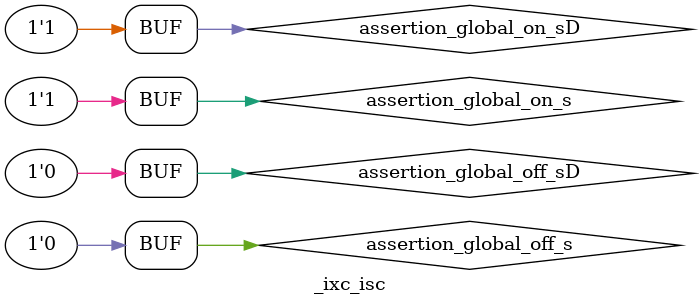
<source format=sv>
`timescale 1ps/1ps
module _ixc_isc;
// external : tb_top.kme_tb_dut._zyixc_port_0_0_isf (resolved )  (var)  
// external : IXC_GFIFO.ISF.pvec (resolved )  (var)  
// external : tb_top.kme_tb_dut._zyixc_port_0_0_osf (resolved )  (var)  
// external : IXC_GFIFO.OSF.pvecEv (resolved )  (var)  
// external : tb_top.kme_tb_dut.kme_dut.u_cr_kme_core.kme_is_core.txc_axi_intf.u_cr_fifo_wrap2.ram_fifo.u_nx_fifo_ram_1r1w.fifo_ctrl._zyixc_port_1_0_osf (resolved )  (var)  
// external : IXC_GFIFO.OSF1.pvecEv (resolved )  (var)  
// external : tb_top.kme_tb_dut.kme_dut.u_cr_kme_core.kme_is_core.cceip_encrypt_kop_fifo.ram_fifo.ram_fifo.u_nx_fifo_ram_1r1w.fifo_ctrl._zyixc_port_1_0_osf (resolved )  (var)  
// external : tb_top.kme_tb_dut.kme_dut.u_cr_kme_core.kme_is_core.cceip_validate_kop_fifo.ram_fifo.ram_fifo.u_nx_fifo_ram_1r1w.fifo_ctrl._zyixc_port_1_0_osf (resolved )  (var)  
// external : tb_top.kme_tb_dut.kme_dut.u_cr_kme_core.kme_is_core.cceip0_key_tlv_rsm.u_cr_tlvp2_rsm.u_cr_fifo_wrap2_tob.ram_fifo.u_nx_fifo_ram_1r1w.fifo_ctrl._zyixc_port_1_0_osf (resolved )  (var)  
// external : tb_top.kme_tb_dut.kme_dut.u_cr_kme_regfile.u_nx_interface_monitor_cceip0.u_nx_credit_manager._zyixc_port_1_0_osf (resolved )  (var)  
// external : tb_top.kme_tb_dut.kme_dut.u_cr_kme_regfile.u_nx_interface_monitor_cceip0.u_nx_credit_manager._zyixc_port_1_1_osf (resolved )  (var)  
// external : tb_top.kme_tb_dut.kme_dut.u_cr_kme_regfile.u_nx_interface_monitor_cceip1.u_nx_credit_manager._zyixc_port_1_0_osf (resolved )  (var)  
// external : tb_top.kme_tb_dut.kme_dut.u_cr_kme_regfile.u_nx_interface_monitor_cceip1.u_nx_credit_manager._zyixc_port_1_1_osf (resolved )  (var)  
// external : tb_top.kme_tb_dut.kme_dut.u_cr_kme_regfile.u_nx_interface_monitor_cceip2.u_nx_credit_manager._zyixc_port_1_0_osf (resolved )  (var)  
// external : tb_top.kme_tb_dut.kme_dut.u_cr_kme_regfile.u_nx_interface_monitor_cceip2.u_nx_credit_manager._zyixc_port_1_1_osf (resolved )  (var)  
// external : tb_top.kme_tb_dut.kme_dut.u_cr_kme_regfile.u_nx_interface_monitor_cceip3.u_nx_credit_manager._zyixc_port_1_0_osf (resolved )  (var)  
// external : tb_top.kme_tb_dut.kme_dut.u_cr_kme_regfile.u_nx_interface_monitor_cceip3.u_nx_credit_manager._zyixc_port_1_1_osf (resolved )  (var)  
// external : tb_top.kme_tb_dut.kme_dut.u_cr_kme_regfile.u_nx_interface_monitor_cddip0.u_nx_credit_manager._zyixc_port_1_0_osf (resolved )  (var)  
// external : tb_top.kme_tb_dut.kme_dut.u_cr_kme_regfile.u_nx_interface_monitor_cddip0.u_nx_credit_manager._zyixc_port_1_1_osf (resolved )  (var)  
// external : tb_top.kme_tb_dut.kme_dut.u_cr_kme_regfile.u_nx_interface_monitor_cddip1.u_nx_credit_manager._zyixc_port_1_0_osf (resolved )  (var)  
// external : tb_top.kme_tb_dut.kme_dut.u_cr_kme_regfile.u_nx_interface_monitor_cddip1.u_nx_credit_manager._zyixc_port_1_1_osf (resolved )  (var)  
// external : tb_top.kme_tb_dut.kme_dut.u_cr_kme_regfile.u_nx_interface_monitor_cddip2.u_nx_credit_manager._zyixc_port_1_0_osf (resolved )  (var)  
// external : tb_top.kme_tb_dut.kme_dut.u_cr_kme_regfile.u_nx_interface_monitor_cddip2.u_nx_credit_manager._zyixc_port_1_1_osf (resolved )  (var)  
// external : tb_top.kme_tb_dut.kme_dut.u_cr_kme_regfile.u_nx_interface_monitor_cddip3.u_nx_credit_manager._zyixc_port_1_0_osf (resolved )  (var)  
// external : tb_top.kme_tb_dut.kme_dut.u_cr_kme_regfile.u_nx_interface_monitor_cddip3.u_nx_credit_manager._zyixc_port_1_1_osf (resolved )  (var)  
wire  assertion_coverage_on;
reg assertion_global_off_s = 0;
reg assertion_global_on_s = 1;
reg assertion_global_off_sD = 0;
reg assertion_global_on_sD = 1;
reg assertion_global_off_ev;
reg assertion_global_on_ev;
// synopsys translate_off
wire  assertion_global_off_p;
wire  assertion_global_on_p;
reg assertion_global_deposit_on;
reg assertion_global_copy_t = 1;
reg _zy_svaTrigger;
reg _zy_svaKill;
reg _zy_svaOn;
// synopsys translate_on
wire  assertUCF;
int _zy_ixcg_mdh_L0_0;
int _zy_ixcg_mdh_L0_1;
// synopsys translate_off
/* ++ ixc_assign isfasgn_0_0_0 (tb_top.kme_tb_dut._zyixc_port_0_0_isf, IXC_GFIFO.ISF.pvec[0]); */
assign tb_top.kme_tb_dut._zyixc_port_0_0_isf = IXC_GFIFO.ISF.pvec[0];
// -- ixc_assign 

/* ++ ixc_assign osfasgn_0_0_0 (IXC_GFIFO.OSF.pvecEv[0], tb_top.kme_tb_dut._zyixc_port_0_0_osf); */
assign IXC_GFIFO.OSF.pvecEv[0] = tb_top.kme_tb_dut._zyixc_port_0_0_osf;
// -- ixc_assign 

/* ++ ixc_assign osfasgn_1_0_0 (IXC_GFIFO.OSF1.pvecEv[0], tb_top.kme_tb_dut.kme_dut.u_cr_kme_core.kme_is_core.txc_axi_intf.u_cr_fifo_wrap2.ram_fifo.u_nx_fifo_ram_1r1w.fifo_ctrl._zyixc_port_1_0_osf); */
assign IXC_GFIFO.OSF1.pvecEv[0] = tb_top.kme_tb_dut.kme_dut.u_cr_kme_core.kme_is_core.txc_axi_intf.u_cr_fifo_wrap2.ram_fifo.u_nx_fifo_ram_1r1w.fifo_ctrl._zyixc_port_1_0_osf;
// -- ixc_assign 

/* ++ ixc_assign osfasgn_1_1_0 (IXC_GFIFO.OSF1.pvecEv[1], tb_top.kme_tb_dut.kme_dut.u_cr_kme_core.kme_is_core.cceip_encrypt_kop_fifo.ram_fifo.ram_fifo.u_nx_fifo_ram_1r1w.fifo_ctrl._zyixc_port_1_0_osf); */
assign IXC_GFIFO.OSF1.pvecEv[1] = tb_top.kme_tb_dut.kme_dut.u_cr_kme_core.kme_is_core.cceip_encrypt_kop_fifo.ram_fifo.ram_fifo.u_nx_fifo_ram_1r1w.fifo_ctrl._zyixc_port_1_0_osf;
// -- ixc_assign 

/* ++ ixc_assign osfasgn_1_2_0 (IXC_GFIFO.OSF1.pvecEv[2], tb_top.kme_tb_dut.kme_dut.u_cr_kme_core.kme_is_core.cceip_validate_kop_fifo.ram_fifo.ram_fifo.u_nx_fifo_ram_1r1w.fifo_ctrl._zyixc_port_1_0_osf); */
assign IXC_GFIFO.OSF1.pvecEv[2] = tb_top.kme_tb_dut.kme_dut.u_cr_kme_core.kme_is_core.cceip_validate_kop_fifo.ram_fifo.ram_fifo.u_nx_fifo_ram_1r1w.fifo_ctrl._zyixc_port_1_0_osf;
// -- ixc_assign 

/* ++ ixc_assign osfasgn_1_3_0 (IXC_GFIFO.OSF1.pvecEv[3], tb_top.kme_tb_dut.kme_dut.u_cr_kme_core.kme_is_core.cceip0_key_tlv_rsm.u_cr_tlvp2_rsm.u_cr_fifo_wrap2_tob.ram_fifo.u_nx_fifo_ram_1r1w.fifo_ctrl._zyixc_port_1_0_osf); */
assign IXC_GFIFO.OSF1.pvecEv[3] = tb_top.kme_tb_dut.kme_dut.u_cr_kme_core.kme_is_core.cceip0_key_tlv_rsm.u_cr_tlvp2_rsm.u_cr_fifo_wrap2_tob.ram_fifo.u_nx_fifo_ram_1r1w.fifo_ctrl._zyixc_port_1_0_osf;
// -- ixc_assign 

/* ++ ixc_assign osfasgn_1_4_0 (IXC_GFIFO.OSF1.pvecEv[4], tb_top.kme_tb_dut.kme_dut.u_cr_kme_regfile.u_nx_interface_monitor_cceip0.u_nx_credit_manager._zyixc_port_1_0_osf); */
assign IXC_GFIFO.OSF1.pvecEv[4] = tb_top.kme_tb_dut.kme_dut.u_cr_kme_regfile.u_nx_interface_monitor_cceip0.u_nx_credit_manager._zyixc_port_1_0_osf;
// -- ixc_assign 

/* ++ ixc_assign osfasgn_1_5_1 (IXC_GFIFO.OSF1.pvecEv[5], tb_top.kme_tb_dut.kme_dut.u_cr_kme_regfile.u_nx_interface_monitor_cceip0.u_nx_credit_manager._zyixc_port_1_1_osf); */
assign IXC_GFIFO.OSF1.pvecEv[5] = tb_top.kme_tb_dut.kme_dut.u_cr_kme_regfile.u_nx_interface_monitor_cceip0.u_nx_credit_manager._zyixc_port_1_1_osf;
// -- ixc_assign 

/* ++ ixc_assign osfasgn_1_6_0 (IXC_GFIFO.OSF1.pvecEv[6], tb_top.kme_tb_dut.kme_dut.u_cr_kme_regfile.u_nx_interface_monitor_cceip1.u_nx_credit_manager._zyixc_port_1_0_osf); */
assign IXC_GFIFO.OSF1.pvecEv[6] = tb_top.kme_tb_dut.kme_dut.u_cr_kme_regfile.u_nx_interface_monitor_cceip1.u_nx_credit_manager._zyixc_port_1_0_osf;
// -- ixc_assign 

/* ++ ixc_assign osfasgn_1_7_1 (IXC_GFIFO.OSF1.pvecEv[7], tb_top.kme_tb_dut.kme_dut.u_cr_kme_regfile.u_nx_interface_monitor_cceip1.u_nx_credit_manager._zyixc_port_1_1_osf); */
assign IXC_GFIFO.OSF1.pvecEv[7] = tb_top.kme_tb_dut.kme_dut.u_cr_kme_regfile.u_nx_interface_monitor_cceip1.u_nx_credit_manager._zyixc_port_1_1_osf;
// -- ixc_assign 

/* ++ ixc_assign osfasgn_1_8_0 (IXC_GFIFO.OSF1.pvecEv[8], tb_top.kme_tb_dut.kme_dut.u_cr_kme_regfile.u_nx_interface_monitor_cceip2.u_nx_credit_manager._zyixc_port_1_0_osf); */
assign IXC_GFIFO.OSF1.pvecEv[8] = tb_top.kme_tb_dut.kme_dut.u_cr_kme_regfile.u_nx_interface_monitor_cceip2.u_nx_credit_manager._zyixc_port_1_0_osf;
// -- ixc_assign 

/* ++ ixc_assign osfasgn_1_9_1 (IXC_GFIFO.OSF1.pvecEv[9], tb_top.kme_tb_dut.kme_dut.u_cr_kme_regfile.u_nx_interface_monitor_cceip2.u_nx_credit_manager._zyixc_port_1_1_osf); */
assign IXC_GFIFO.OSF1.pvecEv[9] = tb_top.kme_tb_dut.kme_dut.u_cr_kme_regfile.u_nx_interface_monitor_cceip2.u_nx_credit_manager._zyixc_port_1_1_osf;
// -- ixc_assign 

/* ++ ixc_assign osfasgn_1_10_0 (IXC_GFIFO.OSF1.pvecEv[10], tb_top.kme_tb_dut.kme_dut.u_cr_kme_regfile.u_nx_interface_monitor_cceip3.u_nx_credit_manager._zyixc_port_1_0_osf); */
assign IXC_GFIFO.OSF1.pvecEv[10] = tb_top.kme_tb_dut.kme_dut.u_cr_kme_regfile.u_nx_interface_monitor_cceip3.u_nx_credit_manager._zyixc_port_1_0_osf;
// -- ixc_assign 

/* ++ ixc_assign osfasgn_1_11_1 (IXC_GFIFO.OSF1.pvecEv[11], tb_top.kme_tb_dut.kme_dut.u_cr_kme_regfile.u_nx_interface_monitor_cceip3.u_nx_credit_manager._zyixc_port_1_1_osf); */
assign IXC_GFIFO.OSF1.pvecEv[11] = tb_top.kme_tb_dut.kme_dut.u_cr_kme_regfile.u_nx_interface_monitor_cceip3.u_nx_credit_manager._zyixc_port_1_1_osf;
// -- ixc_assign 

/* ++ ixc_assign osfasgn_1_12_0 (IXC_GFIFO.OSF1.pvecEv[12], tb_top.kme_tb_dut.kme_dut.u_cr_kme_regfile.u_nx_interface_monitor_cddip0.u_nx_credit_manager._zyixc_port_1_0_osf); */
assign IXC_GFIFO.OSF1.pvecEv[12] = tb_top.kme_tb_dut.kme_dut.u_cr_kme_regfile.u_nx_interface_monitor_cddip0.u_nx_credit_manager._zyixc_port_1_0_osf;
// -- ixc_assign 

/* ++ ixc_assign osfasgn_1_13_1 (IXC_GFIFO.OSF1.pvecEv[13], tb_top.kme_tb_dut.kme_dut.u_cr_kme_regfile.u_nx_interface_monitor_cddip0.u_nx_credit_manager._zyixc_port_1_1_osf); */
assign IXC_GFIFO.OSF1.pvecEv[13] = tb_top.kme_tb_dut.kme_dut.u_cr_kme_regfile.u_nx_interface_monitor_cddip0.u_nx_credit_manager._zyixc_port_1_1_osf;
// -- ixc_assign 

/* ++ ixc_assign osfasgn_1_14_0 (IXC_GFIFO.OSF1.pvecEv[14], tb_top.kme_tb_dut.kme_dut.u_cr_kme_regfile.u_nx_interface_monitor_cddip1.u_nx_credit_manager._zyixc_port_1_0_osf); */
assign IXC_GFIFO.OSF1.pvecEv[14] = tb_top.kme_tb_dut.kme_dut.u_cr_kme_regfile.u_nx_interface_monitor_cddip1.u_nx_credit_manager._zyixc_port_1_0_osf;
// -- ixc_assign 

/* ++ ixc_assign osfasgn_1_15_1 (IXC_GFIFO.OSF1.pvecEv[15], tb_top.kme_tb_dut.kme_dut.u_cr_kme_regfile.u_nx_interface_monitor_cddip1.u_nx_credit_manager._zyixc_port_1_1_osf); */
assign IXC_GFIFO.OSF1.pvecEv[15] = tb_top.kme_tb_dut.kme_dut.u_cr_kme_regfile.u_nx_interface_monitor_cddip1.u_nx_credit_manager._zyixc_port_1_1_osf;
// -- ixc_assign 

/* ++ ixc_assign osfasgn_1_16_0 (IXC_GFIFO.OSF1.pvecEv[16], tb_top.kme_tb_dut.kme_dut.u_cr_kme_regfile.u_nx_interface_monitor_cddip2.u_nx_credit_manager._zyixc_port_1_0_osf); */
assign IXC_GFIFO.OSF1.pvecEv[16] = tb_top.kme_tb_dut.kme_dut.u_cr_kme_regfile.u_nx_interface_monitor_cddip2.u_nx_credit_manager._zyixc_port_1_0_osf;
// -- ixc_assign 

/* ++ ixc_assign osfasgn_1_17_1 (IXC_GFIFO.OSF1.pvecEv[17], tb_top.kme_tb_dut.kme_dut.u_cr_kme_regfile.u_nx_interface_monitor_cddip2.u_nx_credit_manager._zyixc_port_1_1_osf); */
assign IXC_GFIFO.OSF1.pvecEv[17] = tb_top.kme_tb_dut.kme_dut.u_cr_kme_regfile.u_nx_interface_monitor_cddip2.u_nx_credit_manager._zyixc_port_1_1_osf;
// -- ixc_assign 

/* ++ ixc_assign osfasgn_1_18_0 (IXC_GFIFO.OSF1.pvecEv[18], tb_top.kme_tb_dut.kme_dut.u_cr_kme_regfile.u_nx_interface_monitor_cddip3.u_nx_credit_manager._zyixc_port_1_0_osf); */
assign IXC_GFIFO.OSF1.pvecEv[18] = tb_top.kme_tb_dut.kme_dut.u_cr_kme_regfile.u_nx_interface_monitor_cddip3.u_nx_credit_manager._zyixc_port_1_0_osf;
// -- ixc_assign 

/* ++ ixc_assign osfasgn_1_19_1 (IXC_GFIFO.OSF1.pvecEv[19], tb_top.kme_tb_dut.kme_dut.u_cr_kme_regfile.u_nx_interface_monitor_cddip3.u_nx_credit_manager._zyixc_port_1_1_osf); */
assign IXC_GFIFO.OSF1.pvecEv[19] = tb_top.kme_tb_dut.kme_dut.u_cr_kme_regfile.u_nx_interface_monitor_cddip3.u_nx_credit_manager._zyixc_port_1_1_osf;
// -- ixc_assign 

// synopsys translate_on
initial 
 begin
// synopsys translate_off
  _zy_ixcg_mdh_L0_0 = $marg_deposit_handle(assertion_global_off_s);
  _zy_ixcg_mdh_L0_1 = $marg_deposit_handle(assertion_global_on_s);
// synopsys translate_on
 end
// synopsys translate_off
always_comb 
 begin:_rcM_1
  _zy_svaKill = 1'b1;
  _zy_svaOn = 1'b1;
  if ((_zy_svaOn ^ _zy_svaKill))
   begin
    assertion_global_deposit_on = 1'b0;
   end
  else
   begin
    assertion_global_deposit_on = 1'b1;
   end
  _zy_svaTrigger = (_zy_svaTrigger === 1'b0);
 end
always 
 @(_zy_svaTrigger)
  begin:_rcM_2
   assertion_global_off_s <= _zy_svaKill;
   assertion_global_on_s <= _zy_svaOn;
   assertion_global_copy_t = ( ~assertion_global_copy_t );
  end
initial 
 begin
 end
initial 
 begin
 end
always 
 @(assertion_global_off_s)
  xc_top.marg_deposit_ua(_zy_ixcg_mdh_L0_0,assertion_global_off_s);
always 
 @(assertion_global_on_s)
  xc_top.marg_deposit_ua(_zy_ixcg_mdh_L0_1,assertion_global_on_s);
// synopsys translate_on
endmodule


</source>
